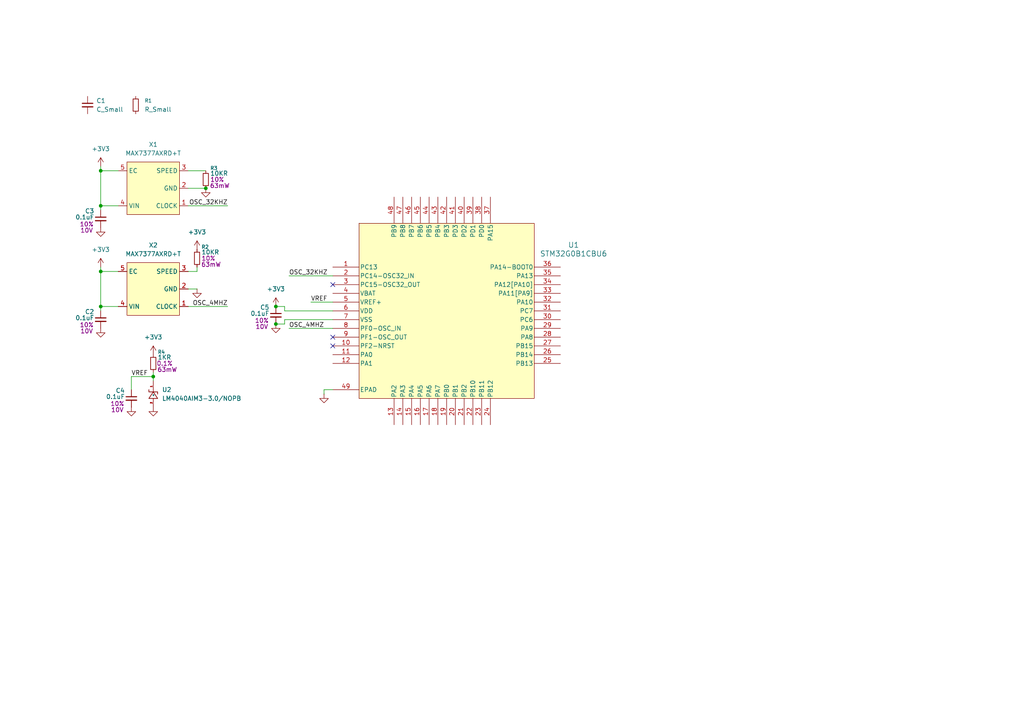
<source format=kicad_sch>
(kicad_sch (version 20250114) (generator "eeschema") (generator_version "9.0")
  (paper "A4")
  (lib_symbols
    (symbol "Device:C_Small" (pin_numbers (hide yes)) (pin_names (offset 0.254) (hide yes))
      (property "Reference" "C" (at 0.254 1.778 0))
      (property "Value" "C_Small" (at 0.254 -2.032 0))
      (symbol "C_Small_0_1"
        (polyline (pts (xy -1.524 0.508) (xy 1.524 0.508)) (stroke (width 0.3048)))
        (polyline (pts (xy -1.524 -0.508) (xy 1.524 -0.508)) (stroke (width 0.3302)))
      )
      (symbol "C_Small_1_1"
        (pin passive line (at 0 2.54 270) (length 2.032) (name "~") (number "1"))
        (pin passive line (at 0 -2.54 90) (length 2.032) (name "~") (number "2"))
      )
    )
    (symbol "Device:R_Small" (pin_numbers (hide yes)) (pin_names (offset 0.254) (hide yes))
      (property "Reference" "R" (at 0 0 90))
      (property "Value" "R_Small" (at 1.778 0 90))
      (symbol "R_Small_0_1"
        (rectangle (start -0.762 1.778) (end 0.762 -1.778) (stroke (width 0.2032)))
      )
      (symbol "R_Small_1_1"
        (pin passive line (at 0 2.54 270) (length 0.762) (name "~") (number "1"))
        (pin passive line (at 0 -2.54 90) (length 0.762) (name "~") (number "2"))
      )
    )
    (symbol "bumblebee:LM4040AIM3"
      (property "Reference" "U" (at -1.27 2.794 0))
      (property "Value" "LM4040AIM3-3.0/NOPB" (at 0 0 0))
      (symbol "LM4040AIM3_0_1"
        (polyline (pts (xy 0 -1.27) (xy 1.905 0) (xy 0 1.27) (xy 0 -1.27)) (stroke (width 0.2032)))
        (polyline (pts (xy 1.27 -1.27) (xy 1.905 -1.27) (xy 1.905 1.27) (xy 2.54 1.27)) (stroke (width 0.2032)))
      )
      (symbol "LM4040AIM3_1_1"
        (pin power_in line (at -2.54 0 0) (length 2.54) (name "-") (number "2"))
        (pin power_in line (at -1.27 0 0) (length 1.27) (hide yes) (name "") (number "3"))
        (pin power_in line (at 5.08 0 180) (length 3.175) (name "+") (number "1"))
      )
    )
    (symbol "bumblebee:MAX7377AXRD+T"
      (property "Reference" "X" (at -7.112 8.636 0))
      (property "Value" "MAX7377AXRD+T" (at 0 0 0))
      (symbol "MAX7377AXRD+T_0_1"
        (rectangle (start -7.62 7.62) (end 7.62 -7.62) (fill (type background)))
      )
      (symbol "MAX7377AXRD+T_1_1"
        (pin output line (at -10.16 5.08 0) (length 2.54) (name "CLOCK") (number "1"))
        (pin power_out line (at -10.16 0 0) (length 2.54) (name "GND") (number "2"))
        (pin input line (at -10.16 -5.08 0) (length 2.54) (name "SPEED") (number "3"))
        (pin power_in line (at 10.16 5.08 180) (length 2.54) (name "VIN") (number "4"))
        (pin power_in line (at 10.16 -5.08 180) (length 2.54) (name "EC") (number "5"))
      )
    )
    (symbol "bumblebee:STM32G0B1CBU6" (pin_names (offset 0.254))
      (property "Reference" "U" (at -24.638 26.924 0))
      (property "Value" "STM32G0B1CBU6" (at 0.508 0.508 0))
      (symbol "STM32G0B1CBU6_1_1"
        (rectangle (start -25.4 25.4) (end 25.4 -25.4) (fill (type background)))
        (pin bidirectional line (at -33.02 12.7 0) (length 7.62) (name "PC13") (number "1"))
        (pin bidirectional line (at -33.02 10.16 0) (length 7.62) (name "PC14-OSC32_IN") (number "2"))
        (pin bidirectional line (at -33.02 7.62 0) (length 7.62) (name "PC15-OSC32_OUT") (number "3"))
        (pin power_in line (at -33.02 5.08 0) (length 7.62) (name "VBAT") (number "4"))
        (pin power_in line (at -33.02 2.54 0) (length 7.62) (name "VREF+") (number "5"))
        (pin power_in line (at -33.02 0 0) (length 7.62) (name "VDD") (number "6"))
        (pin power_in line (at -33.02 -2.54 0) (length 7.62) (name "VSS") (number "7"))
        (pin bidirectional line (at -33.02 -5.08 0) (length 7.62) (name "PF0-OSC_IN") (number "8"))
        (pin bidirectional line (at -33.02 -7.62 0) (length 7.62) (name "PF1-OSC_OUT") (number "9"))
        (pin bidirectional line (at -33.02 -10.16 0) (length 7.62) (name "PF2-NRST") (number "10"))
        (pin bidirectional line (at -33.02 -12.7 0) (length 7.62) (name "PA0") (number "11"))
        (pin bidirectional line (at -33.02 -15.24 0) (length 7.62) (name "PA1") (number "12"))
        (pin unspecified line (at -33.02 -22.86 0) (length 7.62) (name "EPAD") (number "49"))
        (pin bidirectional line (at -15.24 33.02 270) (length 7.62) (name "PB9") (number "48"))
        (pin bidirectional line (at -15.24 -33.02 90) (length 7.62) (name "PA2") (number "13"))
        (pin bidirectional line (at -12.7 33.02 270) (length 7.62) (name "PB8") (number "47"))
        (pin bidirectional line (at -12.7 -33.02 90) (length 7.62) (name "PA3") (number "14"))
        (pin bidirectional line (at -10.16 33.02 270) (length 7.62) (name "PB7") (number "46"))
        (pin bidirectional line (at -10.16 -33.02 90) (length 7.62) (name "PA4") (number "15"))
        (pin bidirectional line (at -7.62 33.02 270) (length 7.62) (name "PB6") (number "45"))
        (pin bidirectional line (at -7.62 -33.02 90) (length 7.62) (name "PA5") (number "16"))
        (pin bidirectional line (at -5.08 33.02 270) (length 7.62) (name "PB5") (number "44"))
        (pin bidirectional line (at -5.08 -33.02 90) (length 7.62) (name "PA6") (number "17"))
        (pin bidirectional line (at -2.54 33.02 270) (length 7.62) (name "PB4") (number "43"))
        (pin bidirectional line (at -2.54 -33.02 90) (length 7.62) (name "PA7") (number "18"))
        (pin bidirectional line (at 0 33.02 270) (length 7.62) (name "PB3") (number "42"))
        (pin bidirectional line (at 0 -33.02 90) (length 7.62) (name "PB0") (number "19"))
        (pin bidirectional line (at 2.54 33.02 270) (length 7.62) (name "PD3") (number "41"))
        (pin bidirectional line (at 2.54 -33.02 90) (length 7.62) (name "PB1") (number "20"))
        (pin bidirectional line (at 5.08 33.02 270) (length 7.62) (name "PD2") (number "40"))
        (pin bidirectional line (at 5.08 -33.02 90) (length 7.62) (name "PB2") (number "21"))
        (pin bidirectional line (at 7.62 33.02 270) (length 7.62) (name "PD1") (number "39"))
        (pin bidirectional line (at 7.62 -33.02 90) (length 7.62) (name "PB10") (number "22"))
        (pin bidirectional line (at 10.16 33.02 270) (length 7.62) (name "PD0") (number "38"))
        (pin bidirectional line (at 10.16 -33.02 90) (length 7.62) (name "PB11") (number "23"))
        (pin bidirectional line (at 12.7 33.02 270) (length 7.62) (name "PA15") (number "37"))
        (pin bidirectional line (at 12.7 -33.02 90) (length 7.62) (name "PB12") (number "24"))
        (pin bidirectional line (at 33.02 12.7 180) (length 7.62) (name "PA14-BOOT0") (number "36"))
        (pin bidirectional line (at 33.02 10.16 180) (length 7.62) (name "PA13") (number "35"))
        (pin bidirectional line (at 33.02 7.62 180) (length 7.62) (name "PA12[PA10]") (number "34"))
        (pin bidirectional line (at 33.02 5.08 180) (length 7.62) (name "PA11[PA9]") (number "33"))
        (pin bidirectional line (at 33.02 2.54 180) (length 7.62) (name "PA10") (number "32"))
        (pin bidirectional line (at 33.02 0 180) (length 7.62) (name "PC7") (number "31"))
        (pin bidirectional line (at 33.02 -2.54 180) (length 7.62) (name "PC6") (number "30"))
        (pin bidirectional line (at 33.02 -5.08 180) (length 7.62) (name "PA9") (number "29"))
        (pin bidirectional line (at 33.02 -7.62 180) (length 7.62) (name "PA8") (number "28"))
        (pin bidirectional line (at 33.02 -10.16 180) (length 7.62) (name "PB15") (number "27"))
        (pin bidirectional line (at 33.02 -12.7 180) (length 7.62) (name "PB14") (number "26"))
        (pin bidirectional line (at 33.02 -15.24 180) (length 7.62) (name "PB13") (number "25"))
      )
    )
    (symbol "power:+3V3" (power) (pin_numbers (hide yes)) (pin_names (offset 0) (hide yes))
      (property "Value" "+3V3" (at 0 3.556 0))
      (symbol "+3V3_0_1"
        (polyline (pts (xy -0.762 1.27) (xy 0 2.54)))
        (polyline (pts (xy 0 2.54) (xy 0.762 1.27)))
        (polyline (pts (xy 0 0) (xy 0 2.54)))
      )
      (symbol "+3V3_1_1"
        (pin power_in line (at 0 0 90) (length 0) (name "~") (number "1"))
      )
    )
    (symbol "power:GND" (power) (pin_numbers (hide yes)) (pin_names (offset 0) (hide yes))
      (property "Value" "GND" (at 0 -3.81 0))
      (symbol "GND_0_1"
        (polyline (pts (xy 0 0) (xy 0 -1.27) (xy 1.27 -1.27) (xy 0 -2.54) (xy -1.27 -1.27) (xy 0 -1.27)))
      )
      (symbol "GND_1_1"
        (pin power_in line (at 0 0 270) (length 0) (name "~") (number "1"))
      )
    )
  )
  (junction (at 59.69 54.61))
  (junction (at 80.01 88.9))
  (junction (at 29.21 59.69))
  (junction (at 44.45 109.22))
  (junction (at 80.01 93.98))
  (junction (at 29.21 78.74))
  (junction (at 29.21 49.53))
  (junction (at 29.21 88.9))
  (no_connect (at 96.52 100.33))
  (no_connect (at 96.52 97.79))
  (no_connect (at 96.52 82.55))
  (wire (pts (xy 34.29 59.69) (xy 29.21 59.69)))
  (wire (pts (xy 96.52 113.03) (xy 93.98 113.03)))
  (wire (pts (xy 93.98 113.03) (xy 93.98 114.3)))
  (wire (pts (xy 29.21 88.9) (xy 29.21 90.17)))
  (wire (pts (xy 90.17 87.63) (xy 96.52 87.63)))
  (wire (pts (xy 96.52 90.17) (xy 82.55 90.17)))
  (wire (pts (xy 82.55 88.9) (xy 80.01 88.9)))
  (wire (pts (xy 34.29 78.74) (xy 29.21 78.74)))
  (wire (pts (xy 29.21 48.26) (xy 29.21 49.53)))
  (wire (pts (xy 82.55 90.17) (xy 82.55 88.9)))
  (wire (pts (xy 83.82 95.25) (xy 96.52 95.25)))
  (wire (pts (xy 54.61 88.9) (xy 66.04 88.9)))
  (wire (pts (xy 38.1 109.22) (xy 44.45 109.22)))
  (wire (pts (xy 82.55 92.71) (xy 82.55 93.98)))
  (wire (pts (xy 54.61 54.61) (xy 59.69 54.61)))
  (wire (pts (xy 29.21 49.53) (xy 29.21 59.69)))
  (wire (pts (xy 54.61 78.74) (xy 57.15 78.74)))
  (wire (pts (xy 34.29 88.9) (xy 29.21 88.9)))
  (wire (pts (xy 44.45 109.22) (xy 44.45 110.49)))
  (wire (pts (xy 54.61 83.82) (xy 57.15 83.82)))
  (wire (pts (xy 29.21 59.69) (xy 29.21 60.96)))
  (wire (pts (xy 44.45 107.95) (xy 44.45 109.22)))
  (wire (pts (xy 57.15 78.74) (xy 57.15 77.47)))
  (wire (pts (xy 82.55 93.98) (xy 80.01 93.98)))
  (wire (pts (xy 38.1 109.22) (xy 38.1 113.03)))
  (wire (pts (xy 29.21 78.74) (xy 29.21 88.9)))
  (wire (pts (xy 34.29 49.53) (xy 29.21 49.53)))
  (wire (pts (xy 96.52 92.71) (xy 82.55 92.71)))
  (wire (pts (xy 83.82 80.01) (xy 96.52 80.01)))
  (wire (pts (xy 29.21 77.47) (xy 29.21 78.74)))
  (wire (pts (xy 54.61 59.69) (xy 66.04 59.69)))
  (wire (pts (xy 54.61 49.53) (xy 59.69 49.53)))
  (label "VREF" (at 38.1 109.22 0))
  (label "VREF" (at 90.17 87.63 0))
  (label "OSC_4MHZ" (at 66.04 88.9 180))
  (label "OSC_32KHZ" (at 83.82 80.01 0))
  (label "OSC_4MHZ" (at 83.82 95.25 0))
  (label "OSC_32KHZ" (at 66.04 59.69 180))
  (symbol (lib_id "bumblebee:STM32G0B1CBU6") (at 129.54 90.17 0) (unit 1)
    (property "Reference" "U1" (at 166.37 71.0498 0) (effects (font (size 1.524 1.524))))
    (property "Value" "STM32G0B1CBU6" (at 166.37 73.5898 0) (effects (font (size 1.524 1.524))))
    (property "Footprint" "Package_DFN_QFN:QFN-48-1EP_7x7mm_P0.5mm_EP5.6x5.6mm" (effects (hide yes)))
    (property "Datasheet" "https://www.st.com/resource/en/datasheet/stm32g0b1ce.pdf" (effects (hide yes)))
    (property "Digi-Key Part Number" "497-STM32G0B1CBU6-ND" (effects (hide yes)))
  )
  (symbol (lib_id "Device:C_Small") (at 29.21 92.71 0) (unit 1)
    (property "Reference" "C2" (at 24.638 90.424 0) (effects (justify left)))
    (property "Value" "0.1uF" (at 21.844 92.202 0) (effects (justify left)))
    (property "Footprint" "Capacitor_SMD:C_0402_1005Metric" (effects (hide yes)))
    (property "Description" "Unpolarized capacitor, small symbol" (effects (hide yes)))
    (property "Tolerance" "10%" (at 25.146 94.234 0))
    (property "Voltage" "10V" (at 25.146 96.012 0))
  )
  (symbol (lib_id "power:GND") (at 93.98 114.3 0) (unit 1)
    (property "Reference" "#PWR013" (effects (hide yes)))
    (property "Value" "GND" (effects (hide yes)))
    (property "Description" "Power symbol creates a global label with name \"GND\" , ground" (effects (hide yes)))
  )
  (symbol (lib_id "power:+3V3") (at 29.21 77.47 0) (unit 1)
    (property "Reference" "#PWR02" (effects (hide yes)))
    (property "Value" "+3V3" (at 29.21 72.39 0))
    (property "Description" "Power symbol creates a global label with name \"+3V3\"" (effects (hide yes)))
  )
  (symbol (lib_id "power:GND") (at 44.45 118.11 0) (unit 1)
    (property "Reference" "#PWR09" (effects (hide yes)))
    (property "Value" "GND" (effects (hide yes)))
    (property "Description" "Power symbol creates a global label with name \"GND\" , ground" (effects (hide yes)))
  )
  (symbol (lib_id "power:GND") (at 57.15 83.82 0) (unit 1)
    (property "Reference" "#PWR04" (effects (hide yes)))
    (property "Value" "GND" (effects (hide yes)))
    (property "Description" "Power symbol creates a global label with name \"GND\" , ground" (effects (hide yes)))
  )
  (symbol (lib_id "Device:C_Small") (at 29.21 63.5 0) (unit 1)
    (property "Reference" "C3" (at 24.638 61.214 0) (effects (justify left)))
    (property "Value" "0.1uF" (at 21.844 62.992 0) (effects (justify left)))
    (property "Footprint" "Capacitor_SMD:C_0402_1005Metric" (effects (hide yes)))
    (property "Description" "Unpolarized capacitor, small symbol" (effects (hide yes)))
    (property "Tolerance" "10%" (at 25.146 65.024 0))
    (property "Voltage" "10V" (at 25.146 66.802 0))
  )
  (symbol (lib_id "bumblebee:LM4040AIM3") (at 44.45 115.57 90) (unit 1)
    (property "Reference" "U2" (at 46.99 113.0299 90) (effects (justify right)))
    (property "Value" "LM4040AIM3-3.0/NOPB" (at 46.99 115.5699 90) (effects (justify right)))
    (property "Footprint" "Package_TO_SOT_SMD:SOT-23" (effects (hide yes)))
    (property "Datasheet" "https://www.ti.com/lit/ds/symlink/lm4040-n.pdf?ts=1752678691365&ref_url=https%253A%252F%252Fwww.ti.com%252Fproduct%252FLM4040-N%252Fpart-details%252FLM4040BIM3-3.0%252FNOPB" (effects (hide yes)))
    (property "Digi-Key Part Number" "LM4040AIM3-3.0/NOPBCT-ND" (effects (hide yes)))
  )
  (symbol (lib_id "Device:R_Small") (at 57.15 74.93 0) (unit 1)
    (property "Reference" "R2" (at 58.42 71.628 0) (effects (font (size 1.016 1.016)) (justify left)))
    (property "Value" "10KR" (at 58.42 73.152 0) (effects (justify left)))
    (property "Footprint" "Resistor_SMD:R_0402_1005Metric" (effects (hide yes)))
    (property "Description" "Resistor, small symbol" (effects (hide yes)))
    (property "Tolerance" "10%" (at 60.452 74.93 0))
    (property "Power" "63mW" (at 61.214 76.708 0))
  )
  (symbol (lib_id "power:GND") (at 80.01 93.98 0) (unit 1)
    (property "Reference" "#PWR011" (effects (hide yes)))
    (property "Value" "GND" (effects (hide yes)))
    (property "Description" "Power symbol creates a global label with name \"GND\" , ground" (effects (hide yes)))
  )
  (symbol (lib_id "power:+3V3") (at 57.15 72.39 0) (unit 1)
    (property "Reference" "#PWR03" (effects (hide yes)))
    (property "Value" "+3V3" (at 57.15 67.31 0))
    (property "Description" "Power symbol creates a global label with name \"+3V3\"" (effects (hide yes)))
  )
  (symbol (lib_id "bumblebee:MAX7377AXRD+T") (at 44.45 83.82 180) (unit 1)
    (property "Reference" "X2" (at 44.45 71.12 0))
    (property "Value" "MAX7377AXRD+T" (at 44.45 73.66 0))
    (property "Footprint" "Package_TO_SOT_SMD:SOT-23-5" (effects (hide yes)))
    (property "Datasheet" "https://www.analog.com/media/en/technical-documentation/data-sheets/MAX7377.pdf" (effects (hide yes)))
    (property "Description" "MEMS OSC XO 4.0000MHZ CMOS SMD" (effects (hide yes)))
    (property "Digi-Key Part Number" "MAX7377AXRD+TCT-ND" (effects (hide yes)))
  )
  (symbol (lib_id "Device:C_Small") (at 38.1 115.57 0) (unit 1)
    (property "Reference" "C4" (at 33.528 113.284 0) (effects (justify left)))
    (property "Value" "0.1uF" (at 30.734 115.062 0) (effects (justify left)))
    (property "Footprint" "Capacitor_SMD:C_0402_1005Metric" (effects (hide yes)))
    (property "Description" "Unpolarized capacitor, small symbol" (effects (hide yes)))
    (property "Tolerance" "10%" (at 34.036 117.094 0))
    (property "Voltage" "10V" (at 34.036 118.872 0))
  )
  (symbol (lib_id "power:+3V3") (at 44.45 102.87 0) (unit 1)
    (property "Reference" "#PWR010" (effects (hide yes)))
    (property "Value" "+3V3" (at 44.45 97.79 0))
    (property "Description" "Power symbol creates a global label with name \"+3V3\"" (effects (hide yes)))
  )
  (symbol (lib_id "power:GND") (at 29.21 66.04 0) (unit 1)
    (property "Reference" "#PWR06" (effects (hide yes)))
    (property "Value" "GND" (effects (hide yes)))
    (property "Description" "Power symbol creates a global label with name \"GND\" , ground" (effects (hide yes)))
  )
  (symbol (lib_id "bumblebee:MAX7377AXRD+T") (at 44.45 54.61 180) (unit 1)
    (property "Reference" "X1" (at 44.45 41.91 0))
    (property "Value" "MAX7377AXRD+T" (at 44.45 44.45 0))
    (property "Footprint" "Package_TO_SOT_SMD:SOT-23-5" (effects (hide yes)))
    (property "Datasheet" "https://www.analog.com/media/en/technical-documentation/data-sheets/MAX7377.pdf" (effects (hide yes)))
    (property "Description" "MEMS OSC XO 4.0000MHZ CMOS SMD" (effects (hide yes)))
    (property "Digi-Key Part Number" "MAX7377AXRD+TCT-ND" (effects (hide yes)))
  )
  (symbol (lib_id "Device:C_Small") (at 80.01 91.44 0) (unit 1)
    (property "Reference" "C5" (at 75.438 89.154 0) (effects (justify left)))
    (property "Value" "0.1uF" (at 72.644 90.932 0) (effects (justify left)))
    (property "Footprint" "Capacitor_SMD:C_0402_1005Metric" (effects (hide yes)))
    (property "Description" "Unpolarized capacitor, small symbol" (effects (hide yes)))
    (property "Tolerance" "10%" (at 75.946 92.964 0))
    (property "Voltage" "10V" (at 75.946 94.742 0))
  )
  (symbol (lib_id "power:+3V3") (at 29.21 48.26 0) (unit 1)
    (property "Reference" "#PWR05" (effects (hide yes)))
    (property "Value" "+3V3" (at 29.21 43.18 0))
    (property "Description" "Power symbol creates a global label with name \"+3V3\"" (effects (hide yes)))
  )
  (symbol (lib_id "Device:R_Small") (at 59.69 52.07 0) (unit 1)
    (property "Reference" "R3" (at 60.96 48.768 0) (effects (font (size 1.016 1.016)) (justify left)))
    (property "Value" "10KR" (at 60.96 50.292 0) (effects (justify left)))
    (property "Footprint" "Resistor_SMD:R_0402_1005Metric" (effects (hide yes)))
    (property "Description" "Resistor, small symbol" (effects (hide yes)))
    (property "Tolerance" "10%" (at 62.992 52.07 0))
    (property "Power" "63mW" (at 63.754 53.848 0))
  )
  (symbol (lib_id "power:GND") (at 59.69 54.61 0) (unit 1)
    (property "Reference" "#PWR08" (effects (hide yes)))
    (property "Value" "GND" (effects (hide yes)))
    (property "Description" "Power symbol creates a global label with name \"GND\" , ground" (effects (hide yes)))
  )
  (symbol (lib_id "power:+3V3") (at 80.01 88.9 0) (unit 1)
    (property "Reference" "#PWR012" (effects (hide yes)))
    (property "Value" "+3V3" (at 80.01 83.82 0))
    (property "Description" "Power symbol creates a global label with name \"+3V3\"" (effects (hide yes)))
  )
  (symbol (lib_id "Device:R_Small") (at 39.37 30.48 0) (unit 1)
    (property "Reference" "R1" (at 41.91 29.2099 0) (effects (font (size 1.016 1.016)) (justify left)))
    (property "Value" "R_Small" (at 41.91 31.7499 0) (effects (justify left)))
    (property "Description" "Resistor, small symbol" (effects (hide yes)))
  )
  (symbol (lib_id "Device:C_Small") (at 25.4 30.48 0) (unit 1)
    (property "Reference" "C1" (at 27.94 29.2162 0) (effects (justify left)))
    (property "Value" "C_Small" (at 27.94 31.7562 0) (effects (justify left)))
    (property "Description" "Unpolarized capacitor, small symbol" (effects (hide yes)))
  )
  (symbol (lib_id "power:GND") (at 38.1 118.11 0) (unit 1)
    (property "Reference" "#PWR07" (effects (hide yes)))
    (property "Value" "GND" (effects (hide yes)))
    (property "Description" "Power symbol creates a global label with name \"GND\" , ground" (effects (hide yes)))
  )
  (symbol (lib_id "Device:R_Small") (at 44.45 105.41 0) (unit 1)
    (property "Reference" "R4" (at 45.72 102.108 0) (effects (font (size 1.016 1.016)) (justify left)))
    (property "Value" "1KR" (at 45.72 103.632 0) (effects (justify left)))
    (property "Footprint" "Resistor_SMD:R_0402_1005Metric" (effects (hide yes)))
    (property "Description" "Resistor, small symbol" (effects (hide yes)))
    (property "Tolerance" "0.1%" (at 47.752 105.41 0))
    (property "Power" "63mW" (at 48.514 107.188 0))
  )
  (symbol (lib_id "power:GND") (at 29.21 95.25 0) (unit 1)
    (property "Reference" "#PWR01" (effects (hide yes)))
    (property "Value" "GND" (effects (hide yes)))
    (property "Description" "Power symbol creates a global label with name \"GND\" , ground" (effects (hide yes)))
  )
)
</source>
